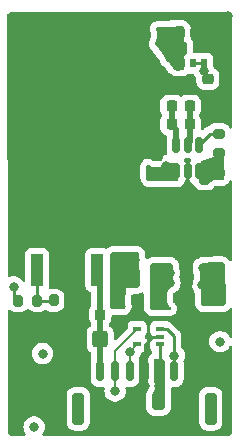
<source format=gtl>
G04 #@! TF.GenerationSoftware,KiCad,Pcbnew,7.0.10*
G04 #@! TF.CreationDate,2024-08-16T14:30:36-05:00*
G04 #@! TF.ProjectId,DiffPCB,44696666-5043-4422-9e6b-696361645f70,rev?*
G04 #@! TF.SameCoordinates,Original*
G04 #@! TF.FileFunction,Copper,L1,Top*
G04 #@! TF.FilePolarity,Positive*
%FSLAX46Y46*%
G04 Gerber Fmt 4.6, Leading zero omitted, Abs format (unit mm)*
G04 Created by KiCad (PCBNEW 7.0.10) date 2024-08-16 14:30:36*
%MOMM*%
%LPD*%
G01*
G04 APERTURE LIST*
G04 Aperture macros list*
%AMRoundRect*
0 Rectangle with rounded corners*
0 $1 Rounding radius*
0 $2 $3 $4 $5 $6 $7 $8 $9 X,Y pos of 4 corners*
0 Add a 4 corners polygon primitive as box body*
4,1,4,$2,$3,$4,$5,$6,$7,$8,$9,$2,$3,0*
0 Add four circle primitives for the rounded corners*
1,1,$1+$1,$2,$3*
1,1,$1+$1,$4,$5*
1,1,$1+$1,$6,$7*
1,1,$1+$1,$8,$9*
0 Add four rect primitives between the rounded corners*
20,1,$1+$1,$2,$3,$4,$5,0*
20,1,$1+$1,$4,$5,$6,$7,0*
20,1,$1+$1,$6,$7,$8,$9,0*
20,1,$1+$1,$8,$9,$2,$3,0*%
G04 Aperture macros list end*
G04 #@! TA.AperFunction,SMDPad,CuDef*
%ADD10R,0.549999X0.800001*%
G04 #@! TD*
G04 #@! TA.AperFunction,SMDPad,CuDef*
%ADD11RoundRect,0.225000X0.225000X0.250000X-0.225000X0.250000X-0.225000X-0.250000X0.225000X-0.250000X0*%
G04 #@! TD*
G04 #@! TA.AperFunction,SMDPad,CuDef*
%ADD12RoundRect,0.225000X-0.225000X-0.250000X0.225000X-0.250000X0.225000X0.250000X-0.225000X0.250000X0*%
G04 #@! TD*
G04 #@! TA.AperFunction,SMDPad,CuDef*
%ADD13RoundRect,0.150000X-0.150000X-0.700000X0.150000X-0.700000X0.150000X0.700000X-0.150000X0.700000X0*%
G04 #@! TD*
G04 #@! TA.AperFunction,SMDPad,CuDef*
%ADD14RoundRect,0.250000X-0.250000X-1.100000X0.250000X-1.100000X0.250000X1.100000X-0.250000X1.100000X0*%
G04 #@! TD*
G04 #@! TA.AperFunction,SMDPad,CuDef*
%ADD15RoundRect,0.225000X0.250000X-0.225000X0.250000X0.225000X-0.250000X0.225000X-0.250000X-0.225000X0*%
G04 #@! TD*
G04 #@! TA.AperFunction,SMDPad,CuDef*
%ADD16RoundRect,0.200000X-0.200000X-0.275000X0.200000X-0.275000X0.200000X0.275000X-0.200000X0.275000X0*%
G04 #@! TD*
G04 #@! TA.AperFunction,SMDPad,CuDef*
%ADD17RoundRect,0.250000X0.400000X0.450000X-0.400000X0.450000X-0.400000X-0.450000X0.400000X-0.450000X0*%
G04 #@! TD*
G04 #@! TA.AperFunction,SMDPad,CuDef*
%ADD18RoundRect,0.225000X-0.250000X0.225000X-0.250000X-0.225000X0.250000X-0.225000X0.250000X0.225000X0*%
G04 #@! TD*
G04 #@! TA.AperFunction,SMDPad,CuDef*
%ADD19R,1.016000X2.692400*%
G04 #@! TD*
G04 #@! TA.AperFunction,SMDPad,CuDef*
%ADD20R,10.414000X10.464800*%
G04 #@! TD*
G04 #@! TA.AperFunction,SMDPad,CuDef*
%ADD21RoundRect,0.150000X0.150000X-0.512500X0.150000X0.512500X-0.150000X0.512500X-0.150000X-0.512500X0*%
G04 #@! TD*
G04 #@! TA.AperFunction,SMDPad,CuDef*
%ADD22R,0.650000X0.400000*%
G04 #@! TD*
G04 #@! TA.AperFunction,SMDPad,CuDef*
%ADD23RoundRect,0.200000X-0.275000X0.200000X-0.275000X-0.200000X0.275000X-0.200000X0.275000X0.200000X0*%
G04 #@! TD*
G04 #@! TA.AperFunction,SMDPad,CuDef*
%ADD24R,0.889000X1.765300*%
G04 #@! TD*
G04 #@! TA.AperFunction,SMDPad,CuDef*
%ADD25R,3.149600X1.765300*%
G04 #@! TD*
G04 #@! TA.AperFunction,ViaPad*
%ADD26C,0.800000*%
G04 #@! TD*
G04 #@! TA.AperFunction,Conductor*
%ADD27C,0.250000*%
G04 #@! TD*
G04 #@! TA.AperFunction,Conductor*
%ADD28C,0.500000*%
G04 #@! TD*
G04 #@! TA.AperFunction,Conductor*
%ADD29C,0.200000*%
G04 #@! TD*
G04 APERTURE END LIST*
D10*
X154554999Y-63910000D03*
X153604998Y-63910000D03*
X152655000Y-63910000D03*
X152655000Y-66460000D03*
X153604998Y-66460000D03*
X154554999Y-66460000D03*
D11*
X153355000Y-71600000D03*
X151805000Y-71600000D03*
D12*
X150840000Y-86290000D03*
X152390000Y-86290000D03*
D11*
X151129999Y-64030000D03*
X149579999Y-64030000D03*
X145750000Y-87730000D03*
X144200000Y-87730000D03*
D13*
X145765000Y-92490000D03*
X147015000Y-92490000D03*
X148265000Y-92490000D03*
X149515000Y-92490000D03*
X150765000Y-92490000D03*
X152015000Y-92490000D03*
X153265000Y-92490000D03*
D14*
X143915000Y-95690000D03*
X155115000Y-95690000D03*
D15*
X150585000Y-75805000D03*
X150585000Y-74255000D03*
D16*
X138795000Y-86540000D03*
X140445000Y-86540000D03*
X141815000Y-86530000D03*
X143465000Y-86530000D03*
D17*
X145752500Y-89810000D03*
X142852500Y-89810000D03*
D18*
X155825000Y-75715000D03*
X155825000Y-77265000D03*
X155505000Y-86360000D03*
X155505000Y-87910000D03*
D11*
X153355000Y-70070000D03*
X151805000Y-70070000D03*
D12*
X147270000Y-86500000D03*
X148820000Y-86500000D03*
D19*
X140417800Y-83940000D03*
X142119600Y-83940000D03*
X143821400Y-83940000D03*
X145523200Y-83940000D03*
X147225000Y-83940000D03*
D20*
X143821400Y-75507200D03*
D21*
X152205000Y-75600000D03*
X153155000Y-75600000D03*
X154105000Y-75600000D03*
X154105000Y-73325000D03*
X153155000Y-73325000D03*
X152205000Y-73325000D03*
D18*
X154885000Y-67765000D03*
X154885000Y-69315000D03*
D22*
X150805000Y-90230000D03*
X150805000Y-89580000D03*
X150805000Y-88930000D03*
X148905000Y-88930000D03*
X148905000Y-90230000D03*
D23*
X155795000Y-72415000D03*
X155795000Y-74065000D03*
D24*
X150853600Y-84395700D03*
X153165000Y-84395700D03*
X155476400Y-84395700D03*
D25*
X153165000Y-78160000D03*
D26*
X155895000Y-90020000D03*
X151355000Y-75140000D03*
X151385000Y-76010000D03*
X140895000Y-91030000D03*
X149515000Y-93810000D03*
X144875000Y-64500000D03*
X143915000Y-66550000D03*
X156475000Y-97560000D03*
X145925000Y-64520000D03*
X143915000Y-64500000D03*
X143915000Y-65590000D03*
X156575000Y-62470000D03*
X154115000Y-92480000D03*
X140315000Y-64470000D03*
X141365000Y-67610000D03*
X143915000Y-63540000D03*
X146885000Y-65610000D03*
X145925000Y-68600000D03*
X144875000Y-65590000D03*
X144875000Y-66550000D03*
X142325000Y-66540000D03*
X141365000Y-65580000D03*
X142325000Y-63530000D03*
X145925000Y-63560000D03*
X141365000Y-63530000D03*
X140315000Y-67590000D03*
X144875000Y-67620000D03*
X146885000Y-66570000D03*
X146885000Y-67640000D03*
X140315000Y-66520000D03*
X143915000Y-67620000D03*
X142325000Y-67610000D03*
X145925000Y-65610000D03*
X140315000Y-63510000D03*
X143915000Y-68580000D03*
X139355000Y-65560000D03*
X140315000Y-65560000D03*
X142325000Y-64490000D03*
X142325000Y-65580000D03*
X142325000Y-68570000D03*
X146885000Y-68600000D03*
X144875000Y-63540000D03*
X145925000Y-66570000D03*
X144875000Y-68580000D03*
X141365000Y-68570000D03*
X146885000Y-63560000D03*
X139355000Y-64470000D03*
X141365000Y-66540000D03*
X139355000Y-66520000D03*
X141365000Y-64490000D03*
X138585000Y-97300000D03*
X140315000Y-68550000D03*
X139355000Y-68550000D03*
X139355000Y-67590000D03*
X145925000Y-67640000D03*
X146885000Y-64520000D03*
X141755000Y-88970000D03*
X139355000Y-63510000D03*
X151635000Y-84200000D03*
X151555000Y-64910000D03*
X154985000Y-74940000D03*
X150725000Y-94940000D03*
X154995000Y-76010000D03*
X150725000Y-93760000D03*
X151675000Y-65970000D03*
X151665000Y-85050000D03*
X140165000Y-97240000D03*
X148685000Y-83100000D03*
X148685000Y-85040000D03*
X148685000Y-84110000D03*
X138430000Y-85380000D03*
X154415000Y-85230000D03*
X154425000Y-83810000D03*
X154565000Y-67090000D03*
X147025000Y-94210000D03*
X148295000Y-90880000D03*
X152035000Y-91190000D03*
D27*
X150230000Y-89580000D02*
X149555000Y-90255000D01*
X150805000Y-89580000D02*
X150230000Y-89580000D01*
X149555000Y-92450000D02*
X149515000Y-92490000D01*
X149555000Y-90255000D02*
X149555000Y-92450000D01*
X150805000Y-90230000D02*
X150805000Y-92450000D01*
X155795000Y-72415000D02*
X155015000Y-72415000D01*
X155015000Y-72415000D02*
X154105000Y-73325000D01*
X153355000Y-73125000D02*
X153155000Y-73325000D01*
D28*
X153355000Y-70070000D02*
X153355000Y-71600000D01*
X153355000Y-71600000D02*
X153355000Y-73125000D01*
X152205000Y-73325000D02*
X152205000Y-72000000D01*
X151805000Y-71600000D02*
X151805000Y-70070000D01*
D27*
X152205000Y-72000000D02*
X151805000Y-71600000D01*
D28*
X145765000Y-92490000D02*
X145765000Y-85148200D01*
D27*
X138430000Y-85380000D02*
X138430000Y-86175000D01*
X138430000Y-86175000D02*
X138795000Y-86540000D01*
X154554999Y-67434999D02*
X154885000Y-67765000D01*
X154554999Y-66460000D02*
X154554999Y-67434999D01*
X153604998Y-66460000D02*
X154554999Y-66460000D01*
X140445000Y-86540000D02*
X141805000Y-86540000D01*
X140445000Y-86540000D02*
X140445000Y-83967200D01*
D29*
X147025000Y-94210000D02*
X147025000Y-92500000D01*
X148905000Y-88930000D02*
X147015000Y-90820000D01*
X147015000Y-90820000D02*
X147015000Y-92490000D01*
X148265000Y-90870000D02*
X148905000Y-90230000D01*
X148265000Y-92490000D02*
X148265000Y-90870000D01*
D27*
X152015000Y-89565000D02*
X152015000Y-92490000D01*
X151380000Y-88930000D02*
X152015000Y-89565000D01*
X150805000Y-88930000D02*
X151380000Y-88930000D01*
G04 #@! TA.AperFunction,Conductor*
G36*
X151050677Y-91479685D02*
G01*
X151071319Y-91496319D01*
X151180265Y-91605265D01*
X151213750Y-91666588D01*
X151216202Y-91702672D01*
X151214500Y-91724293D01*
X151214500Y-93255701D01*
X151217401Y-93292567D01*
X151217402Y-93292570D01*
X151230076Y-93336192D01*
X151235000Y-93370788D01*
X151235000Y-95568301D01*
X151215315Y-95635340D01*
X151198274Y-95656387D01*
X151071735Y-95781760D01*
X151010258Y-95814961D01*
X150983313Y-95817669D01*
X150405848Y-95812322D01*
X150338994Y-95792017D01*
X150319110Y-95775803D01*
X150189959Y-95646048D01*
X150156618Y-95584647D01*
X150153846Y-95559142D01*
X150148976Y-94499839D01*
X150168351Y-94432714D01*
X150180814Y-94416314D01*
X150247533Y-94342216D01*
X150342179Y-94178284D01*
X150400674Y-93998256D01*
X150420460Y-93810000D01*
X150400674Y-93621744D01*
X150342179Y-93441716D01*
X150320118Y-93403505D01*
X150303646Y-93335608D01*
X150308431Y-93306910D01*
X150312598Y-93292569D01*
X150315500Y-93255694D01*
X150315500Y-91724306D01*
X150312598Y-91687431D01*
X150292599Y-91618594D01*
X150292798Y-91548727D01*
X150330739Y-91490056D01*
X150394377Y-91461212D01*
X150411675Y-91460000D01*
X150983638Y-91460000D01*
X151050677Y-91479685D01*
G37*
G04 #@! TD.AperFunction*
G04 #@! TA.AperFunction,Conductor*
G36*
X151720413Y-83350631D02*
G01*
X151741584Y-83367602D01*
X151867421Y-83493422D01*
X151900910Y-83554743D01*
X151903744Y-83581727D01*
X151895247Y-85285385D01*
X151875229Y-85352326D01*
X151836347Y-85390305D01*
X151711956Y-85467031D01*
X151592032Y-85586955D01*
X151592029Y-85586959D01*
X151503001Y-85731294D01*
X151502996Y-85731305D01*
X151449651Y-85892290D01*
X151439500Y-85991647D01*
X151439500Y-86588337D01*
X151439501Y-86588355D01*
X151449650Y-86687707D01*
X151449651Y-86687710D01*
X151502996Y-86848694D01*
X151503001Y-86848705D01*
X151592029Y-86993040D01*
X151592032Y-86993044D01*
X151711955Y-87112967D01*
X151714961Y-87115344D01*
X151716486Y-87117498D01*
X151717063Y-87118075D01*
X151716964Y-87118173D01*
X151755338Y-87172366D01*
X151758476Y-87242165D01*
X151725731Y-87300291D01*
X151721052Y-87304970D01*
X151659729Y-87338455D01*
X151634011Y-87341286D01*
X151333336Y-87342828D01*
X150186726Y-87348708D01*
X150119586Y-87329368D01*
X150098415Y-87312397D01*
X149972578Y-87186577D01*
X149939089Y-87125256D01*
X149936255Y-87098272D01*
X149938798Y-86588337D01*
X149953748Y-83590990D01*
X149973766Y-83524052D01*
X149990051Y-83503943D01*
X150118941Y-83375034D01*
X150180261Y-83341546D01*
X150205987Y-83338712D01*
X150930000Y-83335000D01*
X151653273Y-83331291D01*
X151720413Y-83350631D01*
G37*
G04 #@! TD.AperFunction*
G04 #@! TA.AperFunction,Conductor*
G36*
X156105749Y-74198889D02*
G01*
X156192367Y-74262479D01*
X156234758Y-74318020D01*
X156242981Y-74363385D01*
X156228972Y-76191450D01*
X156208775Y-76258337D01*
X156155622Y-76303686D01*
X156104976Y-76314500D01*
X155526662Y-76314500D01*
X155526644Y-76314501D01*
X155427292Y-76324650D01*
X155427289Y-76324651D01*
X155266305Y-76377996D01*
X155266294Y-76378001D01*
X155121959Y-76467029D01*
X155121955Y-76467032D01*
X155002033Y-76586954D01*
X155002032Y-76586956D01*
X154962467Y-76651098D01*
X154910522Y-76697821D01*
X154856931Y-76710000D01*
X154375984Y-76710000D01*
X154308945Y-76690315D01*
X154288761Y-76674137D01*
X154265480Y-76651097D01*
X154159154Y-76545872D01*
X154125351Y-76484726D01*
X154122386Y-76459037D01*
X154107507Y-75030711D01*
X154126492Y-74963471D01*
X154130885Y-74956945D01*
X154271547Y-74761669D01*
X154326703Y-74718777D01*
X154334100Y-74716130D01*
X155624729Y-74299994D01*
X155994317Y-74180827D01*
X156064160Y-74178990D01*
X156105749Y-74198889D01*
G37*
G04 #@! TD.AperFunction*
G04 #@! TA.AperFunction,Conductor*
G36*
X152770696Y-63324198D02*
G01*
X152818632Y-63375030D01*
X152831476Y-63443709D01*
X152831394Y-63444494D01*
X152829498Y-63462129D01*
X152829498Y-64357871D01*
X152829499Y-64357877D01*
X152835906Y-64417484D01*
X152886200Y-64552329D01*
X152886204Y-64552336D01*
X152972450Y-64667545D01*
X152972451Y-64667545D01*
X152972452Y-64667547D01*
X152996434Y-64685500D01*
X153069431Y-64740146D01*
X153111301Y-64796080D01*
X153119119Y-64839082D01*
X153120954Y-65528885D01*
X153101447Y-65595977D01*
X153071266Y-65628480D01*
X152972452Y-65702453D01*
X152972451Y-65702454D01*
X152972450Y-65702455D01*
X152886204Y-65817663D01*
X152886200Y-65817670D01*
X152835906Y-65952516D01*
X152829499Y-66012115D01*
X152829498Y-66012134D01*
X152829498Y-66907871D01*
X152829499Y-66907882D01*
X152830434Y-66916576D01*
X152818026Y-66985335D01*
X152770414Y-67036471D01*
X152708282Y-67053822D01*
X152264745Y-67057892D01*
X152208355Y-67044907D01*
X152076066Y-66979063D01*
X151942524Y-66912595D01*
X151898166Y-66875434D01*
X150445279Y-64915724D01*
X150427897Y-64882968D01*
X150412483Y-64839082D01*
X150395836Y-64791686D01*
X150392193Y-64721916D01*
X150407290Y-64685503D01*
X150467002Y-64588697D01*
X150520348Y-64427708D01*
X150530499Y-64328345D01*
X150530498Y-63731656D01*
X150520348Y-63632292D01*
X150495873Y-63558433D01*
X150493472Y-63488609D01*
X150529203Y-63428566D01*
X150591723Y-63397373D01*
X150608361Y-63395542D01*
X151690000Y-63350000D01*
X152702892Y-63307352D01*
X152770696Y-63324198D01*
G37*
G04 #@! TD.AperFunction*
G04 #@! TA.AperFunction,Conductor*
G36*
X152299344Y-74889685D02*
G01*
X152345099Y-74942489D01*
X152355923Y-75003730D01*
X152354500Y-75021803D01*
X152354500Y-76178201D01*
X152357401Y-76215065D01*
X152379580Y-76291405D01*
X152379380Y-76361275D01*
X152341438Y-76419945D01*
X152277799Y-76448788D01*
X152260503Y-76450000D01*
X149926362Y-76450000D01*
X149859323Y-76430315D01*
X149838681Y-76413681D01*
X149711319Y-76286319D01*
X149677834Y-76224996D01*
X149675000Y-76198638D01*
X149675000Y-75145374D01*
X149694685Y-75078335D01*
X149747489Y-75032580D01*
X149816647Y-75022636D01*
X149875488Y-75049507D01*
X149876293Y-75048490D01*
X149881959Y-75052970D01*
X150026294Y-75141998D01*
X150026297Y-75141999D01*
X150026303Y-75142003D01*
X150187292Y-75195349D01*
X150286655Y-75205500D01*
X150883344Y-75205499D01*
X150883352Y-75205498D01*
X150883355Y-75205498D01*
X150937760Y-75199940D01*
X150982708Y-75195349D01*
X151143697Y-75142003D01*
X151288044Y-75052968D01*
X151407968Y-74933044D01*
X151409146Y-74931132D01*
X151410524Y-74928901D01*
X151462473Y-74882177D01*
X151516061Y-74870000D01*
X152232305Y-74870000D01*
X152299344Y-74889685D01*
G37*
G04 #@! TD.AperFunction*
G04 #@! TA.AperFunction,Conductor*
G36*
X148900902Y-82421158D02*
G01*
X148921596Y-82437548D01*
X149050348Y-82564040D01*
X149084374Y-82625062D01*
X149087440Y-82651288D01*
X149112552Y-85237991D01*
X149093519Y-85305219D01*
X149076300Y-85326816D01*
X148951764Y-85451524D01*
X148890464Y-85485051D01*
X148862989Y-85487899D01*
X148340350Y-85483544D01*
X147915000Y-85480000D01*
X147915000Y-85680000D01*
X147915000Y-85975605D01*
X147908706Y-86014609D01*
X147879651Y-86102290D01*
X147869500Y-86201647D01*
X147869500Y-86798337D01*
X147869501Y-86798355D01*
X147879650Y-86897707D01*
X147879651Y-86897710D01*
X147908706Y-86985390D01*
X147915000Y-87024394D01*
X147915000Y-87038099D01*
X147895315Y-87105138D01*
X147878029Y-87126427D01*
X147751992Y-87250610D01*
X147690423Y-87283640D01*
X147663126Y-87286268D01*
X147180656Y-87279120D01*
X146815944Y-87273717D01*
X146749207Y-87253043D01*
X146729279Y-87236581D01*
X146601524Y-87106384D01*
X146568623Y-87044747D01*
X146566035Y-87019038D01*
X146583965Y-82670919D01*
X146603926Y-82603962D01*
X146620113Y-82583920D01*
X146639919Y-82564037D01*
X146749056Y-82454476D01*
X146810313Y-82420873D01*
X146835907Y-82417992D01*
X147835000Y-82410000D01*
X148833708Y-82402010D01*
X148900902Y-82421158D01*
G37*
G04 #@! TD.AperFunction*
G04 #@! TA.AperFunction,Conductor*
G36*
X156151048Y-83312289D02*
G01*
X156171830Y-83328541D01*
X156301421Y-83454261D01*
X156335832Y-83515068D01*
X156339063Y-83541255D01*
X156390934Y-86748597D01*
X156372336Y-86815946D01*
X156355950Y-86836944D01*
X156230835Y-86965911D01*
X156170027Y-87000322D01*
X156143591Y-87003556D01*
X156031612Y-87005141D01*
X155990856Y-86998860D01*
X155902709Y-86969651D01*
X155803346Y-86959500D01*
X155206662Y-86959500D01*
X155206644Y-86959501D01*
X155107292Y-86969650D01*
X155107286Y-86969652D01*
X154972314Y-87014377D01*
X154935066Y-87020659D01*
X154526263Y-87026444D01*
X154458951Y-87007710D01*
X154438166Y-86991456D01*
X154415689Y-86969650D01*
X154308577Y-86865737D01*
X154274167Y-86804931D01*
X154270936Y-86778749D01*
X154219065Y-83571399D01*
X154237663Y-83504053D01*
X154254044Y-83483060D01*
X154379164Y-83354088D01*
X154439972Y-83319677D01*
X154466406Y-83316442D01*
X155275000Y-83305000D01*
X156083738Y-83293555D01*
X156151048Y-83312289D01*
G37*
G04 #@! TD.AperFunction*
G04 #@! TA.AperFunction,Conductor*
G36*
X156750677Y-62139685D02*
G01*
X156771319Y-62156319D01*
X156898681Y-62283681D01*
X156932166Y-62345004D01*
X156935000Y-62371362D01*
X156935000Y-71847026D01*
X156915315Y-71914065D01*
X156862511Y-71959820D01*
X156793353Y-71969764D01*
X156729797Y-71940739D01*
X156704883Y-71911177D01*
X156697132Y-71898355D01*
X156625472Y-71779815D01*
X156625468Y-71779811D01*
X156625467Y-71779809D01*
X156505188Y-71659530D01*
X156359606Y-71571522D01*
X156197196Y-71520914D01*
X156197194Y-71520913D01*
X156197192Y-71520913D01*
X156147778Y-71516423D01*
X156126616Y-71514500D01*
X155463384Y-71514500D01*
X155444145Y-71516248D01*
X155392807Y-71520913D01*
X155230393Y-71571522D01*
X155084813Y-71659529D01*
X154987255Y-71757087D01*
X154925932Y-71790571D01*
X154918987Y-71791876D01*
X154916375Y-71792289D01*
X154897134Y-71797879D01*
X154878094Y-71801822D01*
X154858217Y-71804334D01*
X154858210Y-71804335D01*
X154858208Y-71804336D01*
X154858206Y-71804336D01*
X154858205Y-71804337D01*
X154817584Y-71820419D01*
X154806537Y-71824201D01*
X154764611Y-71836382D01*
X154764608Y-71836383D01*
X154747363Y-71846581D01*
X154729901Y-71855135D01*
X154711272Y-71862511D01*
X154711267Y-71862514D01*
X154675926Y-71888189D01*
X154666168Y-71894599D01*
X154628580Y-71916828D01*
X154614408Y-71931000D01*
X154599623Y-71943628D01*
X154583412Y-71955407D01*
X154555571Y-71989059D01*
X154547711Y-71997696D01*
X154513098Y-72032309D01*
X154451775Y-72065794D01*
X154382083Y-72060810D01*
X154326150Y-72018938D01*
X154301733Y-71953474D01*
X154302059Y-71932025D01*
X154302164Y-71931000D01*
X154305500Y-71898345D01*
X154305499Y-71301656D01*
X154295349Y-71202292D01*
X154242003Y-71041303D01*
X154241997Y-71041294D01*
X154235393Y-71030587D01*
X154154904Y-70900095D01*
X154136464Y-70832706D01*
X154154905Y-70769903D01*
X154242003Y-70628697D01*
X154295349Y-70467708D01*
X154305500Y-70368345D01*
X154305499Y-69771656D01*
X154295349Y-69672292D01*
X154242003Y-69511303D01*
X154241999Y-69511297D01*
X154241998Y-69511294D01*
X154152970Y-69366959D01*
X154152967Y-69366955D01*
X154033044Y-69247032D01*
X154033040Y-69247029D01*
X153888705Y-69158001D01*
X153888699Y-69157998D01*
X153888697Y-69157997D01*
X153888694Y-69157996D01*
X153727709Y-69104651D01*
X153628346Y-69094500D01*
X153081662Y-69094500D01*
X153081644Y-69094501D01*
X152982292Y-69104650D01*
X152982289Y-69104651D01*
X152821305Y-69157996D01*
X152821294Y-69158001D01*
X152676959Y-69247029D01*
X152676955Y-69247032D01*
X152667681Y-69256307D01*
X152606358Y-69289792D01*
X152536666Y-69284808D01*
X152492319Y-69256307D01*
X152483044Y-69247032D01*
X152483040Y-69247029D01*
X152338705Y-69158001D01*
X152338699Y-69157998D01*
X152338697Y-69157997D01*
X152338694Y-69157996D01*
X152177709Y-69104651D01*
X152078346Y-69094500D01*
X151531662Y-69094500D01*
X151531644Y-69094501D01*
X151432292Y-69104650D01*
X151432289Y-69104651D01*
X151271305Y-69157996D01*
X151271294Y-69158001D01*
X151126959Y-69247029D01*
X151126955Y-69247032D01*
X151007032Y-69366955D01*
X151007029Y-69366959D01*
X150918001Y-69511294D01*
X150917996Y-69511305D01*
X150864651Y-69672290D01*
X150854500Y-69771647D01*
X150854500Y-70368337D01*
X150854501Y-70368355D01*
X150864650Y-70467707D01*
X150864651Y-70467710D01*
X150917996Y-70628694D01*
X150918001Y-70628705D01*
X151005094Y-70769903D01*
X151023535Y-70837295D01*
X151005094Y-70900097D01*
X150918001Y-71041294D01*
X150917996Y-71041305D01*
X150864651Y-71202290D01*
X150854500Y-71301647D01*
X150854500Y-71898337D01*
X150854501Y-71898355D01*
X150864650Y-71997707D01*
X150864651Y-71997710D01*
X150917996Y-72158694D01*
X150918001Y-72158705D01*
X151007029Y-72303040D01*
X151007032Y-72303044D01*
X151126955Y-72422967D01*
X151126959Y-72422970D01*
X151271294Y-72511998D01*
X151271297Y-72511999D01*
X151271303Y-72512003D01*
X151334500Y-72532944D01*
X151391946Y-72572716D01*
X151418769Y-72637232D01*
X151414574Y-72685243D01*
X151407402Y-72709929D01*
X151407401Y-72709932D01*
X151404500Y-72746798D01*
X151404500Y-73903201D01*
X151407401Y-73940067D01*
X151407402Y-73940073D01*
X151448318Y-74080905D01*
X151448119Y-74150775D01*
X151410177Y-74209445D01*
X151346538Y-74238288D01*
X151329242Y-74239500D01*
X151260354Y-74239500D01*
X151227897Y-74246398D01*
X151075197Y-74278855D01*
X151075192Y-74278857D01*
X150902270Y-74355848D01*
X150902265Y-74355851D01*
X150749129Y-74467111D01*
X150622465Y-74607785D01*
X150622463Y-74607788D01*
X150605021Y-74637999D01*
X150554454Y-74686214D01*
X150497635Y-74699998D01*
X150319504Y-74699998D01*
X150280504Y-74693705D01*
X150255149Y-74685304D01*
X150229052Y-74673135D01*
X150145046Y-74621319D01*
X150140344Y-74618270D01*
X150130423Y-74611513D01*
X150125784Y-74609033D01*
X150123928Y-74607209D01*
X150120875Y-74605578D01*
X150115651Y-74603466D01*
X150026639Y-74562817D01*
X150026637Y-74562816D01*
X150026634Y-74562815D01*
X149888583Y-74522281D01*
X149888580Y-74522281D01*
X149744706Y-74522281D01*
X149713846Y-74526718D01*
X149675545Y-74532226D01*
X149675540Y-74532227D01*
X149675536Y-74532228D01*
X149537498Y-74572760D01*
X149537492Y-74572763D01*
X149416462Y-74650545D01*
X149416451Y-74650553D01*
X149363659Y-74696297D01*
X149269433Y-74805038D01*
X149269430Y-74805042D01*
X149209664Y-74935908D01*
X149189976Y-75002956D01*
X149169500Y-75145375D01*
X149169500Y-76198640D01*
X149172397Y-76252688D01*
X149172397Y-76252689D01*
X149175229Y-76279022D01*
X149175232Y-76279049D01*
X149183885Y-76332445D01*
X149183885Y-76332447D01*
X149234166Y-76467252D01*
X149234168Y-76467257D01*
X149267653Y-76528580D01*
X149353877Y-76643761D01*
X149481239Y-76771123D01*
X149481255Y-76771137D01*
X149481262Y-76771144D01*
X149521480Y-76807271D01*
X149521492Y-76807281D01*
X149521500Y-76807288D01*
X149542142Y-76823922D01*
X149586026Y-76855567D01*
X149716903Y-76915338D01*
X149783942Y-76935023D01*
X149783946Y-76935024D01*
X149926362Y-76955500D01*
X149926365Y-76955500D01*
X152260505Y-76955500D01*
X152266392Y-76955293D01*
X152295839Y-76954263D01*
X152313135Y-76953051D01*
X152348306Y-76949347D01*
X152486474Y-76909206D01*
X152549007Y-76880864D01*
X152550062Y-76880397D01*
X152572209Y-76866253D01*
X152671378Y-76802920D01*
X152765910Y-76694452D01*
X152803852Y-76635782D01*
X152839059Y-76559265D01*
X152864027Y-76523418D01*
X152873081Y-76514365D01*
X152956744Y-76372898D01*
X153002598Y-76215069D01*
X153005500Y-76178194D01*
X153005500Y-75021806D01*
X153002598Y-74984931D01*
X152988357Y-74935915D01*
X152956745Y-74827106D01*
X152956744Y-74827103D01*
X152956744Y-74827102D01*
X152879391Y-74696304D01*
X152869110Y-74678920D01*
X152870928Y-74677844D01*
X152849381Y-74622968D01*
X152863059Y-74554450D01*
X152911609Y-74504204D01*
X152972895Y-74488000D01*
X153337105Y-74488000D01*
X153404144Y-74507685D01*
X153449899Y-74560489D01*
X153459843Y-74629647D01*
X153439328Y-74677996D01*
X153440890Y-74678920D01*
X153353255Y-74827103D01*
X153353254Y-74827106D01*
X153307402Y-74984926D01*
X153307401Y-74984932D01*
X153304500Y-75021798D01*
X153304500Y-76178201D01*
X153307401Y-76215067D01*
X153307402Y-76215073D01*
X153353254Y-76372893D01*
X153353255Y-76372896D01*
X153436917Y-76514362D01*
X153436923Y-76514370D01*
X153553129Y-76630576D01*
X153553133Y-76630579D01*
X153553135Y-76630581D01*
X153573952Y-76642892D01*
X153635868Y-76679509D01*
X153681268Y-76726247D01*
X153716758Y-76790444D01*
X153784804Y-76880362D01*
X153803577Y-76905170D01*
X153853184Y-76954263D01*
X153933188Y-77033439D01*
X153972588Y-77068552D01*
X153972593Y-77068556D01*
X153972611Y-77068572D01*
X153992795Y-77084750D01*
X154035648Y-77115567D01*
X154166525Y-77175338D01*
X154233564Y-77195023D01*
X154233568Y-77195024D01*
X154375984Y-77215500D01*
X154375987Y-77215500D01*
X154856928Y-77215500D01*
X154856931Y-77215500D01*
X154968954Y-77202931D01*
X155022545Y-77190752D01*
X155128996Y-77153671D01*
X155248574Y-77073655D01*
X155300519Y-77026932D01*
X155392702Y-76916482D01*
X155393640Y-76914961D01*
X155411498Y-76892373D01*
X155427373Y-76876498D01*
X155449943Y-76858650D01*
X155469062Y-76846857D01*
X155495143Y-76834696D01*
X155520504Y-76826293D01*
X155559504Y-76820000D01*
X156104973Y-76820000D01*
X156104977Y-76820000D01*
X156210532Y-76808856D01*
X156261178Y-76798042D01*
X156362085Y-76765100D01*
X156483717Y-76688242D01*
X156533925Y-76645405D01*
X156535625Y-76644044D01*
X156536871Y-76642892D01*
X156536870Y-76642892D01*
X156536874Y-76642890D01*
X156631925Y-76534877D01*
X156692695Y-76404460D01*
X156692698Y-76404447D01*
X156694275Y-76400320D01*
X156695550Y-76400806D01*
X156730517Y-76347301D01*
X156794293Y-76318764D01*
X156863373Y-76329236D01*
X156915825Y-76375394D01*
X156935000Y-76441633D01*
X156935000Y-83092611D01*
X156915315Y-83159650D01*
X156862511Y-83205405D01*
X156793353Y-83215349D01*
X156729797Y-83186324D01*
X156712874Y-83168423D01*
X156653404Y-83091441D01*
X156523813Y-82965721D01*
X156516553Y-82959392D01*
X156483240Y-82930353D01*
X156483233Y-82930347D01*
X156483229Y-82930344D01*
X156462447Y-82914092D01*
X156439294Y-82897897D01*
X156418300Y-82883212D01*
X156286587Y-82825298D01*
X156286576Y-82825294D01*
X156219279Y-82806564D01*
X156212154Y-82805591D01*
X156211354Y-82805540D01*
X156076585Y-82788106D01*
X154459248Y-82810993D01*
X154405017Y-82814683D01*
X154378569Y-82817919D01*
X154378542Y-82817923D01*
X154325047Y-82827414D01*
X154325033Y-82827418D01*
X154191012Y-82879733D01*
X154191011Y-82879734D01*
X154130207Y-82914143D01*
X154130206Y-82914144D01*
X154130204Y-82914145D01*
X154130203Y-82914146D01*
X154109224Y-82930353D01*
X154015529Y-83002734D01*
X153990162Y-83017882D01*
X153972268Y-83025849D01*
X153819129Y-83137111D01*
X153692466Y-83277785D01*
X153597821Y-83441715D01*
X153597818Y-83441722D01*
X153551509Y-83584248D01*
X153539326Y-83621744D01*
X153519540Y-83810000D01*
X153539326Y-83998256D01*
X153539327Y-83998259D01*
X153597818Y-84178277D01*
X153597821Y-84178284D01*
X153692467Y-84342216D01*
X153695490Y-84345573D01*
X153725723Y-84408563D01*
X153727328Y-84426544D01*
X153730057Y-84595307D01*
X153711459Y-84662656D01*
X153698225Y-84680282D01*
X153682468Y-84697782D01*
X153682464Y-84697787D01*
X153587821Y-84861715D01*
X153587818Y-84861722D01*
X153529327Y-85041740D01*
X153529326Y-85041744D01*
X153509540Y-85230000D01*
X153529326Y-85418256D01*
X153529327Y-85418259D01*
X153587818Y-85598277D01*
X153587821Y-85598284D01*
X153682467Y-85762216D01*
X153702445Y-85784404D01*
X153719062Y-85802859D01*
X153749292Y-85865851D01*
X153750896Y-85883826D01*
X153765502Y-86786930D01*
X153769243Y-86840675D01*
X153771828Y-86861616D01*
X153772473Y-86866843D01*
X153775375Y-86883152D01*
X153781906Y-86919863D01*
X153834219Y-87053877D01*
X153834223Y-87053887D01*
X153834226Y-87053893D01*
X153868636Y-87114699D01*
X153956593Y-87228556D01*
X154086182Y-87354275D01*
X154086189Y-87354281D01*
X154126783Y-87389667D01*
X154145861Y-87404585D01*
X154147556Y-87405910D01*
X154173097Y-87423775D01*
X154191698Y-87436786D01*
X154191700Y-87436787D01*
X154191703Y-87436789D01*
X154241029Y-87458477D01*
X154323406Y-87494698D01*
X154323409Y-87494698D01*
X154323414Y-87494701D01*
X154390726Y-87513435D01*
X154533416Y-87531893D01*
X154942219Y-87526108D01*
X154942229Y-87526107D01*
X154942231Y-87526107D01*
X154980554Y-87522625D01*
X155019133Y-87519120D01*
X155056381Y-87512838D01*
X155131317Y-87494219D01*
X155186218Y-87476026D01*
X155200501Y-87471294D01*
X155239504Y-87465000D01*
X155770493Y-87465000D01*
X155809496Y-87471294D01*
X155818774Y-87474368D01*
X155831852Y-87478702D01*
X155913861Y-87498462D01*
X155954617Y-87504743D01*
X156038766Y-87510590D01*
X156150745Y-87509005D01*
X156199381Y-87505695D01*
X156204974Y-87505315D01*
X156204976Y-87505314D01*
X156215774Y-87503993D01*
X156231378Y-87502085D01*
X156231385Y-87502083D01*
X156231409Y-87502081D01*
X156231432Y-87502076D01*
X156231438Y-87502076D01*
X156251807Y-87498463D01*
X156284958Y-87492583D01*
X156284960Y-87492581D01*
X156284965Y-87492581D01*
X156418986Y-87440265D01*
X156418986Y-87440264D01*
X156418988Y-87440264D01*
X156479796Y-87405853D01*
X156561625Y-87342638D01*
X156593643Y-87317904D01*
X156593648Y-87317898D01*
X156593655Y-87317894D01*
X156718770Y-87188927D01*
X156718788Y-87188905D01*
X156719686Y-87187930D01*
X156719811Y-87187854D01*
X156719932Y-87187730D01*
X156719964Y-87187761D01*
X156779536Y-87151879D01*
X156849376Y-87153909D01*
X156907032Y-87193375D01*
X156934199Y-87257747D01*
X156935000Y-87271821D01*
X156935000Y-89557558D01*
X156915315Y-89624597D01*
X156862511Y-89670352D01*
X156793353Y-89680296D01*
X156729797Y-89651271D01*
X156703613Y-89619558D01*
X156627534Y-89487785D01*
X156523576Y-89372328D01*
X156500871Y-89347112D01*
X156456132Y-89314607D01*
X156347734Y-89235851D01*
X156347729Y-89235848D01*
X156174807Y-89158857D01*
X156174802Y-89158855D01*
X156029001Y-89127865D01*
X155989646Y-89119500D01*
X155800354Y-89119500D01*
X155767897Y-89126398D01*
X155615197Y-89158855D01*
X155615192Y-89158857D01*
X155442270Y-89235848D01*
X155442265Y-89235851D01*
X155289129Y-89347111D01*
X155162466Y-89487785D01*
X155067821Y-89651715D01*
X155067818Y-89651722D01*
X155009327Y-89831740D01*
X155009326Y-89831744D01*
X154989540Y-90020000D01*
X155009326Y-90208256D01*
X155009327Y-90208259D01*
X155067818Y-90388277D01*
X155067821Y-90388284D01*
X155162467Y-90552216D01*
X155270619Y-90672331D01*
X155289129Y-90692888D01*
X155442265Y-90804148D01*
X155442270Y-90804151D01*
X155615192Y-90881142D01*
X155615197Y-90881144D01*
X155800354Y-90920500D01*
X155800355Y-90920500D01*
X155989644Y-90920500D01*
X155989646Y-90920500D01*
X156174803Y-90881144D01*
X156347730Y-90804151D01*
X156500871Y-90692888D01*
X156627533Y-90552216D01*
X156703613Y-90420440D01*
X156754180Y-90372226D01*
X156822787Y-90359002D01*
X156887651Y-90384970D01*
X156928180Y-90441884D01*
X156935000Y-90482441D01*
X156935000Y-97738598D01*
X156915315Y-97805637D01*
X156898635Y-97826326D01*
X156771364Y-97953462D01*
X156710023Y-97986914D01*
X156683598Y-97989734D01*
X140994727Y-97973220D01*
X140927709Y-97953465D01*
X140882009Y-97900613D01*
X140872139Y-97831444D01*
X140894545Y-97776328D01*
X140897526Y-97772222D01*
X140897533Y-97772216D01*
X140992179Y-97608284D01*
X141050674Y-97428256D01*
X141070460Y-97240000D01*
X141050674Y-97051744D01*
X140992179Y-96871716D01*
X140973868Y-96840001D01*
X142914500Y-96840001D01*
X142914501Y-96840018D01*
X142925000Y-96942796D01*
X142925001Y-96942799D01*
X142980185Y-97109331D01*
X142980186Y-97109334D01*
X143072288Y-97258656D01*
X143196344Y-97382712D01*
X143345666Y-97474814D01*
X143512203Y-97529999D01*
X143614991Y-97540500D01*
X144215008Y-97540499D01*
X144215016Y-97540498D01*
X144215019Y-97540498D01*
X144271302Y-97534748D01*
X144317797Y-97529999D01*
X144484334Y-97474814D01*
X144633656Y-97382712D01*
X144757712Y-97258656D01*
X144849814Y-97109334D01*
X144904999Y-96942797D01*
X144915500Y-96840009D01*
X144915500Y-96840001D01*
X154114500Y-96840001D01*
X154114501Y-96840018D01*
X154125000Y-96942796D01*
X154125001Y-96942799D01*
X154180185Y-97109331D01*
X154180186Y-97109334D01*
X154272288Y-97258656D01*
X154396344Y-97382712D01*
X154545666Y-97474814D01*
X154712203Y-97529999D01*
X154814991Y-97540500D01*
X155415008Y-97540499D01*
X155415016Y-97540498D01*
X155415019Y-97540498D01*
X155471302Y-97534748D01*
X155517797Y-97529999D01*
X155684334Y-97474814D01*
X155833656Y-97382712D01*
X155957712Y-97258656D01*
X156049814Y-97109334D01*
X156104999Y-96942797D01*
X156115500Y-96840009D01*
X156115499Y-94539992D01*
X156111634Y-94502160D01*
X156104999Y-94437203D01*
X156104998Y-94437200D01*
X156092093Y-94398256D01*
X156049814Y-94270666D01*
X155957712Y-94121344D01*
X155833656Y-93997288D01*
X155684334Y-93905186D01*
X155517797Y-93850001D01*
X155517795Y-93850000D01*
X155415010Y-93839500D01*
X154814998Y-93839500D01*
X154814980Y-93839501D01*
X154712203Y-93850000D01*
X154712200Y-93850001D01*
X154545668Y-93905185D01*
X154545663Y-93905187D01*
X154396342Y-93997289D01*
X154272289Y-94121342D01*
X154180187Y-94270663D01*
X154180186Y-94270666D01*
X154125001Y-94437203D01*
X154125001Y-94437204D01*
X154125000Y-94437204D01*
X154114500Y-94539983D01*
X154114500Y-96840001D01*
X144915500Y-96840001D01*
X144915499Y-94539992D01*
X144911634Y-94502160D01*
X144904999Y-94437203D01*
X144904998Y-94437200D01*
X144892093Y-94398256D01*
X144849814Y-94270666D01*
X144757712Y-94121344D01*
X144633656Y-93997288D01*
X144484334Y-93905186D01*
X144317797Y-93850001D01*
X144317795Y-93850000D01*
X144215010Y-93839500D01*
X143614998Y-93839500D01*
X143614980Y-93839501D01*
X143512203Y-93850000D01*
X143512200Y-93850001D01*
X143345668Y-93905185D01*
X143345663Y-93905187D01*
X143196342Y-93997289D01*
X143072289Y-94121342D01*
X142980187Y-94270663D01*
X142980186Y-94270666D01*
X142925001Y-94437203D01*
X142925001Y-94437204D01*
X142925000Y-94437204D01*
X142914500Y-94539983D01*
X142914500Y-96840001D01*
X140973868Y-96840001D01*
X140897533Y-96707784D01*
X140770871Y-96567112D01*
X140770870Y-96567111D01*
X140617734Y-96455851D01*
X140617729Y-96455848D01*
X140444807Y-96378857D01*
X140444802Y-96378855D01*
X140299001Y-96347865D01*
X140259646Y-96339500D01*
X140070354Y-96339500D01*
X140037897Y-96346398D01*
X139885197Y-96378855D01*
X139885192Y-96378857D01*
X139712270Y-96455848D01*
X139712265Y-96455851D01*
X139559129Y-96567111D01*
X139432466Y-96707785D01*
X139337821Y-96871715D01*
X139337818Y-96871722D01*
X139279327Y-97051740D01*
X139279326Y-97051744D01*
X139259540Y-97240000D01*
X139279326Y-97428256D01*
X139279327Y-97428259D01*
X139337818Y-97608277D01*
X139337821Y-97608284D01*
X139432467Y-97772216D01*
X139432470Y-97772219D01*
X139434190Y-97774587D01*
X139434763Y-97776193D01*
X139435716Y-97777844D01*
X139435414Y-97778018D01*
X139457669Y-97840394D01*
X139441843Y-97908447D01*
X139391737Y-97957142D01*
X139333740Y-97971471D01*
X138186271Y-97970263D01*
X138119254Y-97950509D01*
X138098737Y-97933960D01*
X137970983Y-97806250D01*
X137937487Y-97744933D01*
X137934649Y-97718727D01*
X137934495Y-97608277D01*
X137925320Y-91030000D01*
X139989540Y-91030000D01*
X140009326Y-91218256D01*
X140009327Y-91218259D01*
X140067818Y-91398277D01*
X140067821Y-91398284D01*
X140162467Y-91562216D01*
X140275212Y-91687432D01*
X140289129Y-91702888D01*
X140442265Y-91814148D01*
X140442270Y-91814151D01*
X140615192Y-91891142D01*
X140615197Y-91891144D01*
X140800354Y-91930500D01*
X140800355Y-91930500D01*
X140989644Y-91930500D01*
X140989646Y-91930500D01*
X141174803Y-91891144D01*
X141347730Y-91814151D01*
X141500871Y-91702888D01*
X141627533Y-91562216D01*
X141722179Y-91398284D01*
X141780674Y-91218256D01*
X141800460Y-91030000D01*
X141780674Y-90841744D01*
X141722179Y-90661716D01*
X141627533Y-90497784D01*
X141500871Y-90357112D01*
X141500870Y-90357111D01*
X141347734Y-90245851D01*
X141347729Y-90245848D01*
X141174807Y-90168857D01*
X141174802Y-90168855D01*
X141029001Y-90137865D01*
X140989646Y-90129500D01*
X140800354Y-90129500D01*
X140767897Y-90136398D01*
X140615197Y-90168855D01*
X140615192Y-90168857D01*
X140442270Y-90245848D01*
X140442265Y-90245851D01*
X140289129Y-90357111D01*
X140162466Y-90497785D01*
X140067821Y-90661715D01*
X140067818Y-90661722D01*
X140009327Y-90841740D01*
X140009326Y-90841744D01*
X139989540Y-91030000D01*
X137925320Y-91030000D01*
X137920300Y-87430486D01*
X137939890Y-87363425D01*
X137992630Y-87317597D01*
X138061775Y-87307557D01*
X138125371Y-87336493D01*
X138131980Y-87342638D01*
X138159811Y-87370469D01*
X138159813Y-87370470D01*
X138159815Y-87370472D01*
X138305394Y-87458478D01*
X138467804Y-87509086D01*
X138538384Y-87515500D01*
X138538387Y-87515500D01*
X139051613Y-87515500D01*
X139051616Y-87515500D01*
X139122196Y-87509086D01*
X139284606Y-87458478D01*
X139430185Y-87370472D01*
X139468367Y-87332290D01*
X139532319Y-87268339D01*
X139593642Y-87234854D01*
X139663334Y-87239838D01*
X139707681Y-87268339D01*
X139809811Y-87370469D01*
X139809813Y-87370470D01*
X139809815Y-87370472D01*
X139955394Y-87458478D01*
X140117804Y-87509086D01*
X140188384Y-87515500D01*
X140188387Y-87515500D01*
X140701613Y-87515500D01*
X140701616Y-87515500D01*
X140772196Y-87509086D01*
X140934606Y-87458478D01*
X141074122Y-87374137D01*
X141141674Y-87356301D01*
X141202419Y-87374136D01*
X141325394Y-87448478D01*
X141487804Y-87499086D01*
X141558384Y-87505500D01*
X141558387Y-87505500D01*
X142071613Y-87505500D01*
X142071616Y-87505500D01*
X142142196Y-87499086D01*
X142304606Y-87448478D01*
X142450185Y-87360472D01*
X142570472Y-87240185D01*
X142658478Y-87094606D01*
X142709086Y-86932196D01*
X142715500Y-86861616D01*
X142715500Y-86198384D01*
X142709086Y-86127804D01*
X142658478Y-85965394D01*
X142570472Y-85819815D01*
X142570470Y-85819813D01*
X142570469Y-85819811D01*
X142450188Y-85699530D01*
X142424518Y-85684012D01*
X142304606Y-85611522D01*
X142142196Y-85560914D01*
X142142194Y-85560913D01*
X142142192Y-85560913D01*
X142092778Y-85556423D01*
X142071616Y-85554500D01*
X141558384Y-85554500D01*
X141549218Y-85555332D01*
X141480674Y-85541793D01*
X141430330Y-85493344D01*
X141414172Y-85425368D01*
X141419131Y-85401477D01*
X141418107Y-85401235D01*
X141419891Y-85393683D01*
X141421362Y-85380000D01*
X141426300Y-85334073D01*
X141426300Y-85334070D01*
X144514700Y-85334070D01*
X144514701Y-85334076D01*
X144521108Y-85393683D01*
X144571402Y-85528528D01*
X144571406Y-85528535D01*
X144657652Y-85643744D01*
X144657655Y-85643747D01*
X144772864Y-85729993D01*
X144772871Y-85729997D01*
X144907717Y-85780291D01*
X144915262Y-85782074D01*
X144914711Y-85784404D01*
X144968299Y-85806597D01*
X145008152Y-85863986D01*
X145014500Y-85903154D01*
X145014500Y-86913126D01*
X144994815Y-86980165D01*
X144978181Y-87000807D01*
X144952032Y-87026955D01*
X144952029Y-87026959D01*
X144863001Y-87171294D01*
X144862996Y-87171305D01*
X144809651Y-87332290D01*
X144799500Y-87431647D01*
X144799500Y-88028337D01*
X144799501Y-88028355D01*
X144809650Y-88127707D01*
X144809651Y-88127710D01*
X144862996Y-88288694D01*
X144863001Y-88288705D01*
X144952029Y-88433040D01*
X144952032Y-88433044D01*
X144978181Y-88459193D01*
X145011666Y-88520516D01*
X145014500Y-88546874D01*
X145014500Y-88617491D01*
X144994815Y-88684530D01*
X144955598Y-88723029D01*
X144883844Y-88767287D01*
X144759789Y-88891342D01*
X144667687Y-89040663D01*
X144667685Y-89040668D01*
X144646178Y-89105572D01*
X144612501Y-89207203D01*
X144612501Y-89207204D01*
X144612500Y-89207204D01*
X144602000Y-89309983D01*
X144602000Y-90310001D01*
X144602001Y-90310019D01*
X144612500Y-90412796D01*
X144612501Y-90412799D01*
X144658699Y-90552214D01*
X144667686Y-90579334D01*
X144759788Y-90728656D01*
X144883844Y-90852712D01*
X144955596Y-90896968D01*
X145002321Y-90948915D01*
X145014500Y-91002507D01*
X145014500Y-91507670D01*
X145009576Y-91542265D01*
X144967402Y-91687426D01*
X144967401Y-91687432D01*
X144964500Y-91724298D01*
X144964500Y-93255701D01*
X144967401Y-93292567D01*
X144967402Y-93292573D01*
X145013254Y-93450393D01*
X145013255Y-93450396D01*
X145096917Y-93591862D01*
X145096923Y-93591870D01*
X145213129Y-93708076D01*
X145213133Y-93708079D01*
X145213135Y-93708081D01*
X145354602Y-93791744D01*
X145396224Y-93803836D01*
X145512426Y-93837597D01*
X145512429Y-93837597D01*
X145512431Y-93837598D01*
X145549306Y-93840500D01*
X145549314Y-93840500D01*
X145980686Y-93840500D01*
X145980694Y-93840500D01*
X146017569Y-93837598D01*
X146017574Y-93837596D01*
X146018914Y-93837491D01*
X146087291Y-93851854D01*
X146137049Y-93900905D01*
X146152389Y-93969069D01*
X146146578Y-93999422D01*
X146144493Y-94005841D01*
X146139326Y-94021744D01*
X146119540Y-94210000D01*
X146139326Y-94398256D01*
X146139327Y-94398259D01*
X146197818Y-94578277D01*
X146197821Y-94578284D01*
X146292467Y-94742216D01*
X146419129Y-94882888D01*
X146572265Y-94994148D01*
X146572270Y-94994151D01*
X146745192Y-95071142D01*
X146745197Y-95071144D01*
X146930354Y-95110500D01*
X146930355Y-95110500D01*
X147119644Y-95110500D01*
X147119646Y-95110500D01*
X147304803Y-95071144D01*
X147477730Y-94994151D01*
X147630871Y-94882888D01*
X147757533Y-94742216D01*
X147852179Y-94578284D01*
X147876913Y-94502160D01*
X149643481Y-94502160D01*
X149648351Y-95561466D01*
X149651306Y-95613777D01*
X149654073Y-95639241D01*
X149654077Y-95639267D01*
X149662418Y-95690936D01*
X149662419Y-95690938D01*
X149662419Y-95690940D01*
X149662420Y-95690941D01*
X149712385Y-95825867D01*
X149742263Y-95880890D01*
X149742828Y-95882094D01*
X149745726Y-95887270D01*
X149745727Y-95887272D01*
X149745728Y-95887273D01*
X149831684Y-96002656D01*
X149960835Y-96132411D01*
X149999655Y-96167566D01*
X150019539Y-96183780D01*
X150061771Y-96214719D01*
X150192089Y-96275700D01*
X150258943Y-96296005D01*
X150258947Y-96296006D01*
X150401168Y-96317800D01*
X150978633Y-96323147D01*
X151033862Y-96320635D01*
X151060807Y-96317927D01*
X151115425Y-96309400D01*
X151250465Y-96259743D01*
X151311942Y-96226542D01*
X151427519Y-96140853D01*
X151554058Y-96015480D01*
X151591144Y-95974480D01*
X151608185Y-95953433D01*
X151640567Y-95908637D01*
X151700338Y-95777760D01*
X151720023Y-95710721D01*
X151720024Y-95710717D01*
X151740500Y-95568301D01*
X151740500Y-93964500D01*
X151760185Y-93897461D01*
X151812989Y-93851706D01*
X151864500Y-93840500D01*
X152230686Y-93840500D01*
X152230694Y-93840500D01*
X152267569Y-93837598D01*
X152267571Y-93837597D01*
X152267573Y-93837597D01*
X152309191Y-93825505D01*
X152425398Y-93791744D01*
X152566865Y-93708081D01*
X152683081Y-93591865D01*
X152766744Y-93450398D01*
X152812598Y-93292569D01*
X152815500Y-93255694D01*
X152815500Y-91724306D01*
X152812621Y-91687732D01*
X152826984Y-91619358D01*
X152828808Y-91616082D01*
X152862179Y-91558284D01*
X152920674Y-91378256D01*
X152940460Y-91190000D01*
X152920674Y-91001744D01*
X152862179Y-90821716D01*
X152767533Y-90657784D01*
X152672349Y-90552072D01*
X152642120Y-90489082D01*
X152640500Y-90469101D01*
X152640500Y-89647742D01*
X152642224Y-89632122D01*
X152641939Y-89632095D01*
X152642673Y-89624333D01*
X152640561Y-89557112D01*
X152640500Y-89553218D01*
X152640500Y-89525656D01*
X152640500Y-89525650D01*
X152639996Y-89521668D01*
X152639081Y-89510029D01*
X152637710Y-89466373D01*
X152632119Y-89447130D01*
X152628173Y-89428078D01*
X152625664Y-89408208D01*
X152609579Y-89367583D01*
X152605806Y-89356562D01*
X152593618Y-89314610D01*
X152593617Y-89314609D01*
X152593617Y-89314607D01*
X152593616Y-89314606D01*
X152583423Y-89297371D01*
X152574861Y-89279894D01*
X152567487Y-89261269D01*
X152541816Y-89225937D01*
X152535405Y-89216177D01*
X152513170Y-89178580D01*
X152513168Y-89178578D01*
X152513165Y-89178574D01*
X152499006Y-89164415D01*
X152486368Y-89149619D01*
X152474594Y-89133413D01*
X152440940Y-89105572D01*
X152432299Y-89097709D01*
X151880803Y-88546212D01*
X151870980Y-88533950D01*
X151870759Y-88534134D01*
X151865786Y-88528122D01*
X151816776Y-88482099D01*
X151813977Y-88479386D01*
X151794477Y-88459885D01*
X151793585Y-88459193D01*
X151791286Y-88457409D01*
X151782434Y-88449848D01*
X151750582Y-88419938D01*
X151750580Y-88419936D01*
X151750577Y-88419935D01*
X151733029Y-88410288D01*
X151716763Y-88399604D01*
X151700932Y-88387324D01*
X151660849Y-88369978D01*
X151650363Y-88364841D01*
X151612094Y-88343803D01*
X151612092Y-88343802D01*
X151592693Y-88338822D01*
X151574281Y-88332518D01*
X151555898Y-88324562D01*
X151555892Y-88324560D01*
X151512760Y-88317729D01*
X151501322Y-88315361D01*
X151459020Y-88304500D01*
X151459019Y-88304500D01*
X151438984Y-88304500D01*
X151419542Y-88302966D01*
X151418967Y-88302875D01*
X151417430Y-88302631D01*
X151377447Y-88288997D01*
X151372331Y-88286203D01*
X151237486Y-88235910D01*
X151237485Y-88235909D01*
X151237483Y-88235909D01*
X151177873Y-88229500D01*
X151177863Y-88229500D01*
X150432129Y-88229500D01*
X150432123Y-88229501D01*
X150372516Y-88235908D01*
X150237671Y-88286202D01*
X150237664Y-88286206D01*
X150122455Y-88372452D01*
X150122452Y-88372455D01*
X150036206Y-88487664D01*
X150036202Y-88487671D01*
X149985910Y-88622513D01*
X149985909Y-88622517D01*
X149979500Y-88682127D01*
X149979500Y-88682134D01*
X149979500Y-88682135D01*
X149979500Y-89177870D01*
X149979501Y-89177876D01*
X149985908Y-89237483D01*
X150036202Y-89372328D01*
X150036206Y-89372335D01*
X150122452Y-89487544D01*
X150127227Y-89492319D01*
X150160712Y-89553642D01*
X150155728Y-89623334D01*
X150127227Y-89667681D01*
X150122452Y-89672455D01*
X150036206Y-89787664D01*
X150036202Y-89787671D01*
X149992603Y-89904569D01*
X149985909Y-89922517D01*
X149979500Y-89982127D01*
X149979500Y-89982134D01*
X149979500Y-89982135D01*
X149979500Y-90477870D01*
X149979501Y-90477876D01*
X149985908Y-90537483D01*
X150036202Y-90672328D01*
X150036203Y-90672329D01*
X150036204Y-90672331D01*
X150078369Y-90728656D01*
X150122454Y-90787546D01*
X150129808Y-90793051D01*
X150171681Y-90848983D01*
X150179500Y-90892320D01*
X150179500Y-90925015D01*
X150159815Y-90992054D01*
X150122244Y-91029520D01*
X150000792Y-91107086D01*
X149906261Y-91215559D01*
X149906258Y-91215563D01*
X149868324Y-91274223D01*
X149868317Y-91274235D01*
X149808183Y-91404925D01*
X149808181Y-91404933D01*
X149787299Y-91547289D01*
X149787100Y-91617138D01*
X149787101Y-91617154D01*
X149807170Y-91759622D01*
X149807241Y-91759949D01*
X149807314Y-91760640D01*
X149807789Y-91764010D01*
X149807673Y-91764026D01*
X149810000Y-91785963D01*
X149810000Y-93212397D01*
X149808312Y-93232784D01*
X149805030Y-93252471D01*
X149805029Y-93252479D01*
X149805027Y-93252492D01*
X149798718Y-93311552D01*
X149798717Y-93311561D01*
X149812395Y-93454784D01*
X149812397Y-93454796D01*
X149828868Y-93522685D01*
X149828871Y-93522695D01*
X149829825Y-93525077D01*
X149829972Y-93526140D01*
X149830219Y-93526911D01*
X149830085Y-93526953D01*
X149838025Y-93584114D01*
X149821043Y-93745698D01*
X149819540Y-93760000D01*
X149828999Y-93850000D01*
X149839326Y-93948256D01*
X149840678Y-93954614D01*
X149839344Y-93954897D01*
X149841127Y-94017522D01*
X149813358Y-94068954D01*
X149805160Y-94078059D01*
X149778348Y-94110451D01*
X149765868Y-94126874D01*
X149741850Y-94161370D01*
X149741847Y-94161376D01*
X149741846Y-94161378D01*
X149702400Y-94248812D01*
X149682676Y-94292533D01*
X149663303Y-94359650D01*
X149662139Y-94367878D01*
X149662121Y-94368152D01*
X149643481Y-94502160D01*
X147876913Y-94502160D01*
X147910674Y-94398256D01*
X147930460Y-94210000D01*
X147910674Y-94021744D01*
X147903947Y-94001043D01*
X147901951Y-93931205D01*
X147938030Y-93871371D01*
X148000730Y-93840542D01*
X148031606Y-93839107D01*
X148049306Y-93840500D01*
X148049314Y-93840500D01*
X148480686Y-93840500D01*
X148480694Y-93840500D01*
X148517569Y-93837598D01*
X148517571Y-93837597D01*
X148517573Y-93837597D01*
X148559191Y-93825505D01*
X148675398Y-93791744D01*
X148816865Y-93708081D01*
X148933081Y-93591865D01*
X149016744Y-93450398D01*
X149062598Y-93292569D01*
X149065500Y-93255694D01*
X149065500Y-91724306D01*
X149062598Y-91687431D01*
X149042821Y-91619358D01*
X149014568Y-91522110D01*
X149015972Y-91521702D01*
X149008463Y-91460922D01*
X149026044Y-91418860D01*
X149024284Y-91417844D01*
X149048071Y-91376642D01*
X149122179Y-91248284D01*
X149180674Y-91068256D01*
X149183736Y-91039116D01*
X149210318Y-90974503D01*
X149267614Y-90934516D01*
X149293802Y-90928786D01*
X149337483Y-90924091D01*
X149472331Y-90873796D01*
X149587546Y-90787546D01*
X149673796Y-90672331D01*
X149724091Y-90537483D01*
X149730500Y-90477873D01*
X149730499Y-89982128D01*
X149724091Y-89922517D01*
X149690233Y-89831740D01*
X149673797Y-89787671D01*
X149673793Y-89787664D01*
X149587547Y-89672455D01*
X149582773Y-89667681D01*
X149549288Y-89606358D01*
X149554272Y-89536666D01*
X149582773Y-89492319D01*
X149587542Y-89487548D01*
X149587546Y-89487546D01*
X149673796Y-89372331D01*
X149724091Y-89237483D01*
X149730500Y-89177873D01*
X149730499Y-88682128D01*
X149724091Y-88622517D01*
X149722216Y-88617491D01*
X149673797Y-88487671D01*
X149673793Y-88487664D01*
X149587547Y-88372455D01*
X149587544Y-88372452D01*
X149472335Y-88286206D01*
X149472328Y-88286202D01*
X149337486Y-88235910D01*
X149337485Y-88235909D01*
X149337483Y-88235909D01*
X149277873Y-88229500D01*
X149277863Y-88229500D01*
X148532129Y-88229500D01*
X148532123Y-88229501D01*
X148472516Y-88235908D01*
X148337671Y-88286202D01*
X148337664Y-88286206D01*
X148222455Y-88372452D01*
X148222452Y-88372455D01*
X148136206Y-88487664D01*
X148136202Y-88487671D01*
X148085908Y-88622517D01*
X148084791Y-88632911D01*
X148079501Y-88682123D01*
X148079500Y-88682135D01*
X148079500Y-88854902D01*
X148059815Y-88921941D01*
X148043181Y-88942583D01*
X147114680Y-89871084D01*
X147053357Y-89904569D01*
X146983665Y-89899585D01*
X146927732Y-89857713D01*
X146903315Y-89792249D01*
X146902999Y-89783403D01*
X146902999Y-89309998D01*
X146902998Y-89309981D01*
X146892499Y-89207203D01*
X146892498Y-89207200D01*
X146878320Y-89164415D01*
X146837314Y-89040666D01*
X146745212Y-88891344D01*
X146621156Y-88767288D01*
X146621155Y-88767287D01*
X146574402Y-88738449D01*
X146527678Y-88686500D01*
X146515500Y-88632911D01*
X146515500Y-88516874D01*
X146535185Y-88449835D01*
X146543894Y-88439026D01*
X146543490Y-88438707D01*
X146547962Y-88433049D01*
X146547968Y-88433044D01*
X146637003Y-88288697D01*
X146690349Y-88127708D01*
X146700500Y-88028345D01*
X146700499Y-87903412D01*
X146720183Y-87836374D01*
X146772987Y-87790619D01*
X146826336Y-87779427D01*
X147655623Y-87791713D01*
X147655638Y-87791713D01*
X147655640Y-87791713D01*
X147660376Y-87791520D01*
X147711569Y-87789441D01*
X147738866Y-87786813D01*
X147769626Y-87782121D01*
X147794216Y-87778370D01*
X147929393Y-87729088D01*
X147990962Y-87696058D01*
X148106776Y-87610691D01*
X148206091Y-87512837D01*
X148232802Y-87486519D01*
X148232830Y-87486490D01*
X148258276Y-87458476D01*
X148270457Y-87445066D01*
X148287743Y-87423777D01*
X148320567Y-87378435D01*
X148380338Y-87247558D01*
X148400023Y-87180519D01*
X148400024Y-87180515D01*
X148420500Y-87038099D01*
X148420500Y-87024394D01*
X148420500Y-87024384D01*
X148414045Y-86943880D01*
X148414044Y-86943864D01*
X148407750Y-86904860D01*
X148407748Y-86904854D01*
X148407747Y-86904845D01*
X148389508Y-86830310D01*
X148388547Y-86826383D01*
X148381294Y-86804495D01*
X148375000Y-86765491D01*
X148375000Y-86234504D01*
X148381295Y-86195496D01*
X148388547Y-86173615D01*
X148388548Y-86173607D01*
X148388551Y-86173601D01*
X148407745Y-86095161D01*
X148407745Y-86095156D01*
X148407750Y-86095139D01*
X148407784Y-86094927D01*
X148407799Y-86094895D01*
X148408241Y-86092716D01*
X148408338Y-86092735D01*
X148408340Y-86092730D01*
X148408484Y-86092765D01*
X148408786Y-86092826D01*
X148437875Y-86031875D01*
X148497282Y-85995098D01*
X148531235Y-85990651D01*
X148858777Y-85993381D01*
X148915109Y-85990705D01*
X148915124Y-85990703D01*
X148915130Y-85990703D01*
X148942556Y-85987860D01*
X148942558Y-85987859D01*
X148942584Y-85987857D01*
X148998255Y-85978925D01*
X149133029Y-85928551D01*
X149194329Y-85895024D01*
X149194330Y-85895023D01*
X149195460Y-85894175D01*
X149201362Y-85889754D01*
X149201384Y-85889734D01*
X149238040Y-85862255D01*
X149303485Y-85837794D01*
X149371768Y-85852599D01*
X149421208Y-85901971D01*
X149436414Y-85962090D01*
X149430760Y-87095737D01*
X149430760Y-87095754D01*
X149433520Y-87151069D01*
X149433520Y-87151070D01*
X149436355Y-87178067D01*
X149445147Y-87232738D01*
X149495437Y-87367545D01*
X149528928Y-87428868D01*
X149534232Y-87435954D01*
X149534242Y-87435965D01*
X149566239Y-87478702D01*
X149615160Y-87544044D01*
X149615167Y-87544051D01*
X149615168Y-87544052D01*
X149740993Y-87669861D01*
X149741002Y-87669869D01*
X149782230Y-87706804D01*
X149782241Y-87706814D01*
X149795319Y-87717297D01*
X149803414Y-87723786D01*
X149848480Y-87756020D01*
X149848481Y-87756020D01*
X149848482Y-87756021D01*
X149848487Y-87756023D01*
X149979651Y-87815112D01*
X149979660Y-87815115D01*
X149979664Y-87815117D01*
X150046804Y-87834457D01*
X150189318Y-87854201D01*
X151636603Y-87846779D01*
X151689322Y-87843751D01*
X151715040Y-87840920D01*
X151767181Y-87832403D01*
X151901990Y-87782121D01*
X151963313Y-87748636D01*
X152078494Y-87662412D01*
X152083173Y-87657733D01*
X152166153Y-87548401D01*
X152198898Y-87490275D01*
X152249406Y-87362654D01*
X152263466Y-87219462D01*
X152260453Y-87152443D01*
X152260409Y-87150526D01*
X152260328Y-87149662D01*
X152260328Y-87149655D01*
X152233474Y-87008303D01*
X152167884Y-86880243D01*
X152129510Y-86826050D01*
X152129509Y-86826050D01*
X152129053Y-86825406D01*
X152129054Y-86825406D01*
X152127708Y-86823505D01*
X152127177Y-86822747D01*
X152125614Y-86820500D01*
X152125091Y-86819811D01*
X152114685Y-86805115D01*
X152109732Y-86802692D01*
X152099238Y-86785366D01*
X152077643Y-86763771D01*
X152077630Y-86763757D01*
X152037614Y-86723742D01*
X152001505Y-86687633D01*
X151983648Y-86665049D01*
X151971862Y-86645941D01*
X151959694Y-86619847D01*
X151951294Y-86594497D01*
X151945000Y-86555494D01*
X151945000Y-86024504D01*
X151951293Y-85985504D01*
X151953473Y-85978925D01*
X151959694Y-85960149D01*
X151971858Y-85934062D01*
X151981483Y-85918457D01*
X152033433Y-85871735D01*
X152036563Y-85870288D01*
X152117730Y-85834151D01*
X152270871Y-85722888D01*
X152397533Y-85582216D01*
X152492179Y-85418284D01*
X152550674Y-85238256D01*
X152570460Y-85050000D01*
X152550674Y-84861744D01*
X152492179Y-84681716D01*
X152477000Y-84655426D01*
X152460529Y-84587531D01*
X152466456Y-84555119D01*
X152520674Y-84388256D01*
X152540460Y-84200000D01*
X152520674Y-84011744D01*
X152462179Y-83831716D01*
X152425244Y-83767743D01*
X152408634Y-83705127D01*
X152409238Y-83584248D01*
X152406479Y-83528927D01*
X152403645Y-83501943D01*
X152394851Y-83447259D01*
X152344561Y-83312454D01*
X152344561Y-83312453D01*
X152311070Y-83251130D01*
X152305766Y-83244045D01*
X152305756Y-83244033D01*
X152224839Y-83135955D01*
X152180311Y-83091433D01*
X152099005Y-83010137D01*
X152098996Y-83010129D01*
X152057768Y-82973194D01*
X152057757Y-82973184D01*
X152036601Y-82956226D01*
X152036585Y-82956213D01*
X151991519Y-82923979D01*
X151991518Y-82923978D01*
X151991516Y-82923977D01*
X151991511Y-82923975D01*
X151860347Y-82864886D01*
X151860336Y-82864882D01*
X151793197Y-82845542D01*
X151650677Y-82825797D01*
X150203407Y-82833218D01*
X150203394Y-82833219D01*
X150150628Y-82836252D01*
X150124920Y-82839084D01*
X150072783Y-82847604D01*
X150072780Y-82847605D01*
X149937979Y-82897891D01*
X149937966Y-82897897D01*
X149878615Y-82930310D01*
X149877145Y-82931078D01*
X149876643Y-82931388D01*
X149793644Y-82993530D01*
X149728182Y-83017951D01*
X149659908Y-83003104D01*
X149610499Y-82953702D01*
X149595333Y-82895474D01*
X149592916Y-82646381D01*
X149589521Y-82592591D01*
X149586455Y-82566365D01*
X149577350Y-82513237D01*
X149525876Y-82378879D01*
X149491850Y-82317857D01*
X149404612Y-82203447D01*
X149275860Y-82076955D01*
X149275851Y-82076947D01*
X149275850Y-82076945D01*
X149235457Y-82041288D01*
X149235434Y-82041269D01*
X149214764Y-82024898D01*
X149214759Y-82024894D01*
X149170791Y-81993735D01*
X149134874Y-81977678D01*
X149039437Y-81935012D01*
X148972243Y-81915864D01*
X148972239Y-81915863D01*
X148972236Y-81915862D01*
X148972238Y-81915862D01*
X148829665Y-81896526D01*
X148829664Y-81896526D01*
X146831863Y-81912508D01*
X146802460Y-81914275D01*
X146779370Y-81915663D01*
X146753767Y-81918545D01*
X146701902Y-81927134D01*
X146567188Y-81977678D01*
X146505940Y-82011276D01*
X146499037Y-82016454D01*
X146498938Y-82016539D01*
X146418558Y-82076955D01*
X146390916Y-82097731D01*
X146390915Y-82097732D01*
X146377506Y-82111192D01*
X146316246Y-82144792D01*
X146246545Y-82139938D01*
X146246329Y-82139857D01*
X146138685Y-82099709D01*
X146138683Y-82099708D01*
X146079083Y-82093301D01*
X146079081Y-82093300D01*
X146079073Y-82093300D01*
X146079064Y-82093300D01*
X144967329Y-82093300D01*
X144967323Y-82093301D01*
X144907716Y-82099708D01*
X144772871Y-82150002D01*
X144772864Y-82150006D01*
X144657655Y-82236252D01*
X144657652Y-82236255D01*
X144571406Y-82351464D01*
X144571402Y-82351471D01*
X144521108Y-82486317D01*
X144514701Y-82545916D01*
X144514701Y-82545923D01*
X144514700Y-82545935D01*
X144514700Y-85334070D01*
X141426300Y-85334070D01*
X141426299Y-82545928D01*
X141419891Y-82486317D01*
X141379820Y-82378882D01*
X141369597Y-82351471D01*
X141369593Y-82351464D01*
X141283347Y-82236255D01*
X141283344Y-82236252D01*
X141168135Y-82150006D01*
X141168128Y-82150002D01*
X141033282Y-82099708D01*
X141033283Y-82099708D01*
X140973683Y-82093301D01*
X140973681Y-82093300D01*
X140973673Y-82093300D01*
X140973664Y-82093300D01*
X139861929Y-82093300D01*
X139861923Y-82093301D01*
X139802316Y-82099708D01*
X139667471Y-82150002D01*
X139667464Y-82150006D01*
X139552255Y-82236252D01*
X139552252Y-82236255D01*
X139466006Y-82351464D01*
X139466002Y-82351471D01*
X139415708Y-82486317D01*
X139409301Y-82545916D01*
X139409301Y-82545923D01*
X139409300Y-82545935D01*
X139409300Y-84812424D01*
X139389615Y-84879463D01*
X139336811Y-84925218D01*
X139267653Y-84935162D01*
X139204097Y-84906137D01*
X139177915Y-84874427D01*
X139162533Y-84847784D01*
X139035871Y-84707112D01*
X139035870Y-84707111D01*
X138882734Y-84595851D01*
X138882729Y-84595848D01*
X138709807Y-84518857D01*
X138709802Y-84518855D01*
X138564001Y-84487865D01*
X138524646Y-84479500D01*
X138335354Y-84479500D01*
X138302897Y-84486398D01*
X138150197Y-84518855D01*
X138090553Y-84545411D01*
X138021303Y-84554695D01*
X137958027Y-84525067D01*
X137920814Y-84465931D01*
X137916118Y-84432310D01*
X137888665Y-64748273D01*
X149887380Y-64748273D01*
X149890855Y-64814807D01*
X149890908Y-64816869D01*
X149891023Y-64818046D01*
X149918899Y-64959203D01*
X149950957Y-65050475D01*
X149950965Y-65050496D01*
X149981363Y-65119900D01*
X149981380Y-65119936D01*
X149998747Y-65152663D01*
X149998750Y-65152669D01*
X150039198Y-65216769D01*
X150039202Y-65216775D01*
X150039205Y-65216779D01*
X150269597Y-65527540D01*
X150817936Y-66267162D01*
X150836256Y-66302692D01*
X150847819Y-66338280D01*
X150847821Y-66338284D01*
X150942467Y-66502216D01*
X150986588Y-66551218D01*
X151069123Y-66642883D01*
X151069126Y-66642885D01*
X151069129Y-66642888D01*
X151113044Y-66674794D01*
X151139768Y-66701262D01*
X151492092Y-67176489D01*
X151573543Y-67262926D01*
X151617901Y-67300087D01*
X151717280Y-67365138D01*
X151983111Y-67497450D01*
X152094921Y-67537515D01*
X152151311Y-67550500D01*
X152269383Y-67563371D01*
X152712920Y-67559301D01*
X152844246Y-67540694D01*
X152906378Y-67523343D01*
X153028343Y-67471215D01*
X153139450Y-67381684D01*
X153203999Y-67354950D01*
X153230504Y-67354950D01*
X153282125Y-67360501D01*
X153615957Y-67360500D01*
X153682996Y-67380184D01*
X153728751Y-67432988D01*
X153733887Y-67446179D01*
X153737818Y-67458276D01*
X153737821Y-67458284D01*
X153832467Y-67622216D01*
X153873684Y-67667992D01*
X153877650Y-67672397D01*
X153907880Y-67735389D01*
X153909500Y-67755369D01*
X153909500Y-68038336D01*
X153909501Y-68038355D01*
X153919650Y-68137707D01*
X153919651Y-68137710D01*
X153972996Y-68298694D01*
X153973001Y-68298705D01*
X154062029Y-68443040D01*
X154062032Y-68443044D01*
X154181955Y-68562967D01*
X154181959Y-68562970D01*
X154326294Y-68651998D01*
X154326297Y-68651999D01*
X154326303Y-68652003D01*
X154487292Y-68705349D01*
X154586655Y-68715500D01*
X155183344Y-68715499D01*
X155183352Y-68715498D01*
X155183355Y-68715498D01*
X155237760Y-68709940D01*
X155282708Y-68705349D01*
X155443697Y-68652003D01*
X155588044Y-68562968D01*
X155707968Y-68443044D01*
X155797003Y-68298697D01*
X155850349Y-68137708D01*
X155860500Y-68038345D01*
X155860499Y-67491656D01*
X155850349Y-67392292D01*
X155797003Y-67231303D01*
X155796999Y-67231297D01*
X155796998Y-67231294D01*
X155707970Y-67086959D01*
X155707967Y-67086955D01*
X155588043Y-66967031D01*
X155481531Y-66901333D01*
X155434807Y-66849385D01*
X155428698Y-66834112D01*
X155392180Y-66721718D01*
X155347111Y-66643656D01*
X155330498Y-66581656D01*
X155330498Y-66012128D01*
X155330497Y-66012122D01*
X155324090Y-65952515D01*
X155273796Y-65817670D01*
X155273792Y-65817663D01*
X155187546Y-65702454D01*
X155187543Y-65702451D01*
X155072334Y-65616205D01*
X155072327Y-65616201D01*
X154937485Y-65565909D01*
X154937484Y-65565908D01*
X154937482Y-65565908D01*
X154877872Y-65559499D01*
X154877862Y-65559499D01*
X154232128Y-65559499D01*
X154232122Y-65559500D01*
X154172517Y-65565907D01*
X154123329Y-65584253D01*
X154053638Y-65589236D01*
X154036665Y-65584252D01*
X153987480Y-65565907D01*
X153987481Y-65565907D01*
X153927881Y-65559500D01*
X153927879Y-65559499D01*
X153927871Y-65559499D01*
X153927863Y-65559499D01*
X153750207Y-65559499D01*
X153683168Y-65539814D01*
X153637413Y-65487010D01*
X153626208Y-65435833D01*
X153624617Y-64837737D01*
X153616466Y-64748662D01*
X153608648Y-64705660D01*
X153584932Y-64619435D01*
X153577042Y-64604985D01*
X153515984Y-64493159D01*
X153515982Y-64493157D01*
X153515980Y-64493153D01*
X153474110Y-64437219D01*
X153474107Y-64437215D01*
X153466817Y-64429925D01*
X153433333Y-64368603D01*
X153430499Y-64342254D01*
X153430499Y-63462127D01*
X153424091Y-63402516D01*
X153409332Y-63362946D01*
X153373797Y-63267670D01*
X153373793Y-63267663D01*
X153287548Y-63152456D01*
X153287546Y-63152453D01*
X153287542Y-63152450D01*
X153287540Y-63152448D01*
X153274327Y-63142556D01*
X153247238Y-63114660D01*
X153186398Y-63028217D01*
X153186396Y-63028216D01*
X153138467Y-62977391D01*
X153138451Y-62977376D01*
X153025862Y-62887826D01*
X153025859Y-62887824D01*
X152892583Y-62833613D01*
X152892578Y-62833611D01*
X152892574Y-62833610D01*
X152824782Y-62816767D01*
X152820401Y-62816231D01*
X152818555Y-62816138D01*
X152681638Y-62802299D01*
X152681615Y-62802298D01*
X150587115Y-62890488D01*
X150587109Y-62890488D01*
X150587096Y-62890489D01*
X150568486Y-62891903D01*
X150553047Y-62893076D01*
X150536441Y-62894903D01*
X150502618Y-62899788D01*
X150366046Y-62945045D01*
X150303460Y-62976270D01*
X150302545Y-62976917D01*
X150185229Y-63058143D01*
X150094807Y-63170050D01*
X150094802Y-63170057D01*
X150059069Y-63230102D01*
X150003841Y-63362945D01*
X149988271Y-63505981D01*
X149990599Y-63573681D01*
X149990626Y-63575305D01*
X149990671Y-63575802D01*
X149990672Y-63575805D01*
X149990672Y-63575812D01*
X150016032Y-63717440D01*
X150018706Y-63725512D01*
X150024998Y-63764507D01*
X150024998Y-64295493D01*
X150018703Y-64334499D01*
X150010301Y-64359853D01*
X149998136Y-64385942D01*
X149977054Y-64420122D01*
X149977049Y-64420131D01*
X149940329Y-64491908D01*
X149925240Y-64528301D01*
X149900402Y-64604988D01*
X149887380Y-64748273D01*
X137888665Y-64748273D01*
X137885350Y-62371409D01*
X137904941Y-62304345D01*
X137921598Y-62283629D01*
X138048672Y-62156378D01*
X138109971Y-62122852D01*
X138136413Y-62120000D01*
X156683638Y-62120000D01*
X156750677Y-62139685D01*
G37*
G04 #@! TD.AperFunction*
M02*

</source>
